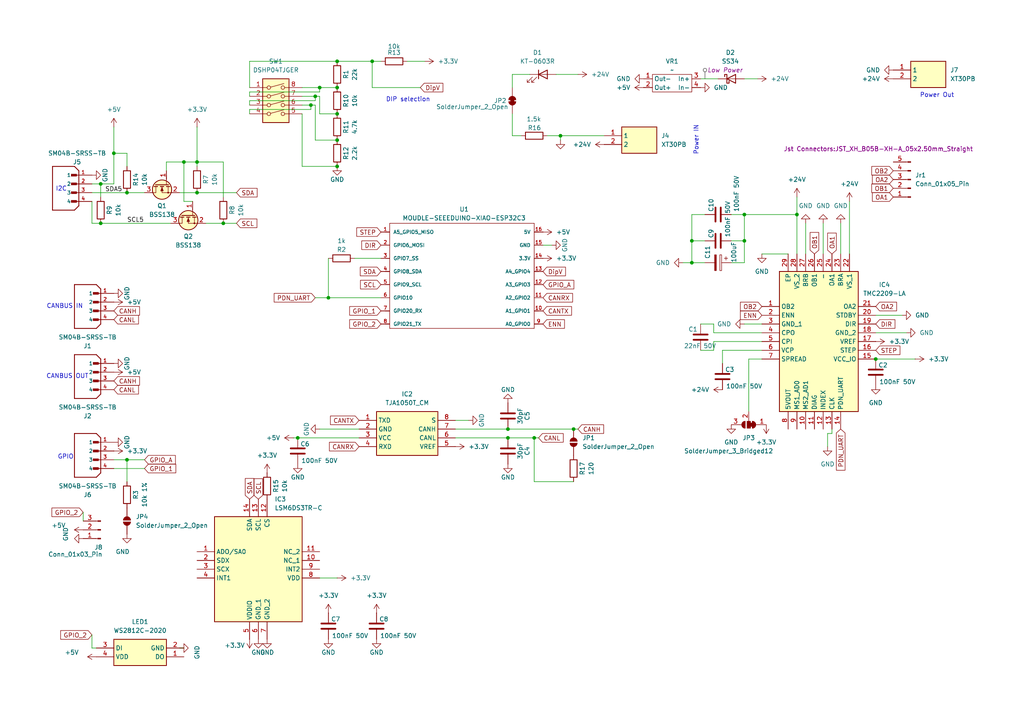
<source format=kicad_sch>
(kicad_sch (version 20231120) (generator "eeschema") (generator_version "8.0")
  (paper "A4")
  (junction (at 154.94 127))
  (junction (at 95.25 86.36))
  (junction (at 29.21 64.77))
  (junction (at 254 104.14))
  (junction (at 57.15 55.88))
  (junction (at 64.77 64.77))
  (junction (at 53.34 46.99))
  (junction (at 97.79 25.4))
  (junction (at 97.79 33.02))
  (junction (at 90.17 30.48))
  (junction (at 147.32 127))
  (junction (at 97.79 17.78))
  (junction (at 33.02 44.45))
  (junction (at 200.66 76.2))
  (junction (at 86.36 127))
  (junction (at 166.37 124.46))
  (junction (at 97.79 48.26))
  (junction (at 29.21 53.34))
  (junction (at 36.83 133.35))
  (junction (at 147.32 124.46))
  (junction (at 92.71 25.4))
  (junction (at 91.44 27.94))
  (junction (at 36.83 55.88))
  (junction (at 215.9 69.85))
  (junction (at 57.15 46.99))
  (junction (at 215.9 62.23))
  (junction (at 162.56 39.37))
  (junction (at 107.95 17.78))
  (junction (at 200.66 69.85))
  (junction (at 97.79 40.64))
  (junction (at 231.14 62.23))
  (wire (pts (xy 215.9 62.23) (xy 231.14 62.23)))
  (wire (pts (xy 97.79 167.64) (xy 92.71 167.64)))
  (wire (pts (xy 203.2 93.98) (xy 207.01 93.98)))
  (wire (pts (xy 200.66 69.85) (xy 200.66 76.2)))
  (wire (pts (xy 204.47 62.23) (xy 200.66 62.23)))
  (wire (pts (xy 212.09 62.23) (xy 215.9 62.23)))
  (wire (pts (xy 246.38 58.42) (xy 246.38 73.66)))
  (wire (pts (xy 33.02 53.34) (xy 29.21 53.34)))
  (wire (pts (xy 91.44 27.94) (xy 92.71 27.94)))
  (wire (pts (xy 209.55 101.6) (xy 220.98 101.6)))
  (wire (pts (xy 220.98 104.14) (xy 217.17 104.14)))
  (wire (pts (xy 36.83 44.45) (xy 33.02 44.45)))
  (wire (pts (xy 72.39 17.78) (xy 97.79 17.78)))
  (wire (pts (xy 57.15 36.83) (xy 57.15 46.99)))
  (wire (pts (xy 231.14 57.15) (xy 231.14 62.23)))
  (wire (pts (xy 53.34 58.42) (xy 55.88 58.42)))
  (wire (pts (xy 200.66 76.2) (xy 204.47 76.2)))
  (wire (pts (xy 24.13 148.59) (xy 24.13 151.13)))
  (wire (pts (xy 147.32 124.46) (xy 132.08 124.46)))
  (wire (pts (xy 162.56 39.37) (xy 175.26 39.37)))
  (wire (pts (xy 207.01 93.98) (xy 207.01 96.52)))
  (wire (pts (xy 68.58 64.77) (xy 64.77 64.77)))
  (wire (pts (xy 231.14 62.23) (xy 231.14 73.66)))
  (wire (pts (xy 95.25 86.36) (xy 110.49 86.36)))
  (wire (pts (xy 102.87 74.93) (xy 110.49 74.93)))
  (wire (pts (xy 220.98 73.66) (xy 228.6 73.66)))
  (wire (pts (xy 212.09 76.2) (xy 215.9 76.2)))
  (wire (pts (xy 33.02 44.45) (xy 33.02 53.34)))
  (wire (pts (xy 41.91 133.35) (xy 36.83 133.35)))
  (wire (pts (xy 118.11 17.78) (xy 123.19 17.78)))
  (wire (pts (xy 220.98 99.06) (xy 207.01 99.06)))
  (wire (pts (xy 91.44 40.64) (xy 97.79 40.64)))
  (wire (pts (xy 233.68 64.77) (xy 233.68 73.66)))
  (wire (pts (xy 154.94 139.7) (xy 154.94 127)))
  (wire (pts (xy 72.39 30.48) (xy 72.39 29.21)))
  (wire (pts (xy 53.34 187.96) (xy 52.07 187.96)))
  (wire (pts (xy 92.71 27.94) (xy 92.71 33.02)))
  (wire (pts (xy 198.12 76.2) (xy 200.66 76.2)))
  (wire (pts (xy 208.28 22.86) (xy 203.2 22.86)))
  (wire (pts (xy 107.95 17.78) (xy 107.95 25.4)))
  (wire (pts (xy 36.83 133.35) (xy 33.02 133.35)))
  (wire (pts (xy 72.39 33.02) (xy 72.39 31.75)))
  (wire (pts (xy 59.69 64.77) (xy 64.77 64.77)))
  (wire (pts (xy 72.39 31.75) (xy 90.17 31.75)))
  (wire (pts (xy 53.34 46.99) (xy 57.15 46.99)))
  (wire (pts (xy 26.67 187.96) (xy 27.94 187.96)))
  (wire (pts (xy 29.21 53.34) (xy 29.21 57.15)))
  (wire (pts (xy 90.17 30.48) (xy 91.44 30.48)))
  (wire (pts (xy 158.75 39.37) (xy 162.56 39.37)))
  (wire (pts (xy 36.83 133.35) (xy 36.83 139.7)))
  (wire (pts (xy 207.01 96.52) (xy 220.98 96.52)))
  (wire (pts (xy 151.13 39.37) (xy 148.59 39.37)))
  (wire (pts (xy 72.39 26.67) (xy 92.71 26.67)))
  (wire (pts (xy 209.55 105.41) (xy 209.55 101.6)))
  (wire (pts (xy 87.63 25.4) (xy 92.71 25.4)))
  (wire (pts (xy 26.67 55.88) (xy 36.83 55.88)))
  (wire (pts (xy 97.79 17.78) (xy 107.95 17.78)))
  (wire (pts (xy 243.84 64.77) (xy 243.84 73.66)))
  (wire (pts (xy 48.26 46.99) (xy 53.34 46.99)))
  (wire (pts (xy 167.64 124.46) (xy 166.37 124.46)))
  (wire (pts (xy 57.15 55.88) (xy 52.07 55.88)))
  (wire (pts (xy 26.67 64.77) (xy 26.67 58.42)))
  (wire (pts (xy 57.15 46.99) (xy 57.15 48.26)))
  (wire (pts (xy 215.9 76.2) (xy 215.9 69.85)))
  (wire (pts (xy 166.37 124.46) (xy 147.32 124.46)))
  (wire (pts (xy 87.63 48.26) (xy 97.79 48.26)))
  (wire (pts (xy 36.83 48.26) (xy 36.83 44.45)))
  (wire (pts (xy 254 96.52) (xy 262.89 96.52)))
  (wire (pts (xy 68.58 55.88) (xy 57.15 55.88)))
  (wire (pts (xy 87.63 30.48) (xy 90.17 30.48)))
  (wire (pts (xy 92.71 26.67) (xy 92.71 25.4)))
  (wire (pts (xy 29.21 64.77) (xy 26.67 64.77)))
  (wire (pts (xy 92.71 33.02) (xy 97.79 33.02)))
  (wire (pts (xy 26.67 184.15) (xy 26.67 187.96)))
  (wire (pts (xy 92.71 124.46) (xy 104.14 124.46)))
  (wire (pts (xy 41.91 135.89) (xy 33.02 135.89)))
  (wire (pts (xy 95.25 86.36) (xy 91.44 86.36)))
  (wire (pts (xy 215.9 69.85) (xy 215.9 62.23)))
  (wire (pts (xy 204.47 69.85) (xy 200.66 69.85)))
  (wire (pts (xy 92.71 25.4) (xy 97.79 25.4)))
  (wire (pts (xy 265.43 104.14) (xy 254 104.14)))
  (wire (pts (xy 90.17 31.75) (xy 90.17 30.48)))
  (wire (pts (xy 156.21 127) (xy 154.94 127)))
  (wire (pts (xy 91.44 29.21) (xy 91.44 27.94)))
  (wire (pts (xy 95.25 74.93) (xy 95.25 86.36)))
  (wire (pts (xy 107.95 25.4) (xy 121.92 25.4)))
  (wire (pts (xy 87.63 33.02) (xy 87.63 48.26)))
  (wire (pts (xy 212.09 69.85) (xy 215.9 69.85)))
  (wire (pts (xy 148.59 39.37) (xy 148.59 33.02)))
  (wire (pts (xy 91.44 30.48) (xy 91.44 40.64)))
  (wire (pts (xy 49.53 64.77) (xy 29.21 64.77)))
  (wire (pts (xy 64.77 46.99) (xy 57.15 46.99)))
  (wire (pts (xy 154.94 127) (xy 147.32 127)))
  (wire (pts (xy 72.39 27.94) (xy 72.39 26.67)))
  (wire (pts (xy 147.32 127) (xy 132.08 127)))
  (wire (pts (xy 148.59 21.59) (xy 148.59 25.4)))
  (wire (pts (xy 162.56 39.37) (xy 162.56 40.64)))
  (wire (pts (xy 85.09 127) (xy 86.36 127)))
  (wire (pts (xy 166.37 139.7) (xy 154.94 139.7)))
  (wire (pts (xy 48.26 49.53) (xy 48.26 46.99)))
  (wire (pts (xy 87.63 27.94) (xy 91.44 27.94)))
  (wire (pts (xy 86.36 127) (xy 104.14 127)))
  (wire (pts (xy 240.03 125.73) (xy 241.3 125.73)))
  (wire (pts (xy 53.34 46.99) (xy 53.34 58.42)))
  (wire (pts (xy 132.08 121.92) (xy 135.89 121.92)))
  (wire (pts (xy 36.83 55.88) (xy 41.91 55.88)))
  (wire (pts (xy 160.02 71.12) (xy 157.48 71.12)))
  (wire (pts (xy 72.39 29.21) (xy 91.44 29.21)))
  (wire (pts (xy 207.01 101.6) (xy 203.2 101.6)))
  (wire (pts (xy 72.39 25.4) (xy 72.39 17.78)))
  (wire (pts (xy 167.64 21.59) (xy 161.29 21.59)))
  (wire (pts (xy 219.71 22.86) (xy 215.9 22.86)))
  (wire (pts (xy 29.21 53.34) (xy 26.67 53.34)))
  (wire (pts (xy 217.17 104.14) (xy 217.17 119.38)))
  (wire (pts (xy 240.03 129.54) (xy 240.03 125.73)))
  (wire (pts (xy 33.02 36.83) (xy 33.02 44.45)))
  (wire (pts (xy 200.66 62.23) (xy 200.66 69.85)))
  (wire (pts (xy 238.76 64.77) (xy 238.76 73.66)))
  (wire (pts (xy 254 91.44) (xy 261.62 91.44)))
  (wire (pts (xy 107.95 17.78) (xy 110.49 17.78)))
  (wire (pts (xy 148.59 21.59) (xy 153.67 21.59)))
  (wire (pts (xy 215.9 93.98) (xy 220.98 93.98)))
  (wire (pts (xy 241.3 125.73) (xy 241.3 124.46)))
  (wire (pts (xy 64.77 57.15) (xy 64.77 46.99)))
  (wire (pts (xy 207.01 99.06) (xy 207.01 101.6)))
  (text "CANBUS OUT" (at 19.558 109.22 0) (effects (font (size 1.27 1.27))))
  (text "GPIO\n" (at 19.05 132.588 0) (effects (font (size 1.27 1.27))))
  (text "Power Out" (at 271.78 27.686 0) (effects (font (size 1.27 1.27))))
  (text "CANBUS IN" (at 18.796 88.9 0) (effects (font (size 1.27 1.27))))
  (text "Power IN\n" (at 201.93 40.64 90) (effects (font (size 1.27 1.27))))
  (text "DIP selection" (at 118.364 28.956 0) (effects (font (size 1.27 1.27))))
  (text "I2C" (at 17.78 54.864 0) (effects (font (size 1.27 1.27))))
  (label "SDA5" (at 30.48 55.88 0))
  (label "SCL5" (at 36.83 64.77 0))
  (global_label "CANTX" (shape input) (at 104.14 121.92 180) (property "Intersheetrefs" "${INTERSHEET_REFS}" (effects (hide yes))))
  (global_label "SDA" (shape input) (at 72.39 144.78 90) (property "Intersheetrefs" "${INTERSHEET_REFS}" (effects (hide yes))))
  (global_label "GPIO_A" (shape input) (at 157.48 82.55 0) (property "Intersheetrefs" "${INTERSHEET_REFS}" (effects (hide yes))))
  (global_label "OA1" (shape input) (at 241.3 73.66 90) (property "Intersheetrefs" "${INTERSHEET_REFS}" (effects (hide yes))))
  (global_label "GPIO_A" (shape input) (at 41.91 133.35 0) (property "Intersheetrefs" "${INTERSHEET_REFS}" (effects (hide yes))))
  (global_label "OB2" (shape input) (at 259.08 49.53 180) (property "Intersheetrefs" "${INTERSHEET_REFS}" (effects (hide yes))))
  (global_label "CANRX" (shape input) (at 104.14 129.54 180) (property "Intersheetrefs" "${INTERSHEET_REFS}" (effects (hide yes))))
  (global_label "OB2" (shape input) (at 220.98 88.9 180) (property "Intersheetrefs" "${INTERSHEET_REFS}" (effects (hide yes))))
  (global_label "CANH" (shape input) (at 33.02 110.49 0) (property "Intersheetrefs" "${INTERSHEET_REFS}" (effects (hide yes))))
  (global_label "ENN" (shape input) (at 157.48 93.98 0) (property "Intersheetrefs" "${INTERSHEET_REFS}" (effects (hide yes))))
  (global_label "OA1" (shape input) (at 259.08 57.15 180) (property "Intersheetrefs" "${INTERSHEET_REFS}" (effects (hide yes))))
  (global_label "DIR" (shape input) (at 254 93.98 0) (property "Intersheetrefs" "${INTERSHEET_REFS}" (effects (hide yes))))
  (global_label "GPIO_1" (shape input) (at 110.49 90.17 180) (property "Intersheetrefs" "${INTERSHEET_REFS}" (effects (hide yes))))
  (global_label "STEP" (shape input) (at 110.49 67.31 180) (property "Intersheetrefs" "${INTERSHEET_REFS}" (effects (hide yes))))
  (global_label "GPIO_2" (shape input) (at 24.13 148.59 180) (property "Intersheetrefs" "${INTERSHEET_REFS}" (effects (hide yes))))
  (global_label "DipV" (shape input) (at 121.92 25.4 0) (property "Intersheetrefs" "${INTERSHEET_REFS}" (effects (hide yes))))
  (global_label "CANL" (shape input) (at 156.21 127 0) (property "Intersheetrefs" "${INTERSHEET_REFS}" (effects (hide yes))))
  (global_label "SCL" (shape input) (at 68.58 64.77 0) (property "Intersheetrefs" "${INTERSHEET_REFS}" (effects (hide yes))))
  (global_label "CANRX" (shape input) (at 157.48 86.36 0) (property "Intersheetrefs" "${INTERSHEET_REFS}" (effects (hide yes))))
  (global_label "CANH" (shape input) (at 33.02 90.17 0) (property "Intersheetrefs" "${INTERSHEET_REFS}" (effects (hide yes))))
  (global_label "CANL" (shape input) (at 33.02 113.03 0) (property "Intersheetrefs" "${INTERSHEET_REFS}" (effects (hide yes))))
  (global_label "CANH" (shape input) (at 167.64 124.46 0) (property "Intersheetrefs" "${INTERSHEET_REFS}" (effects (hide yes))))
  (global_label "DIR" (shape input) (at 110.49 71.12 180) (property "Intersheetrefs" "${INTERSHEET_REFS}" (effects (hide yes))))
  (global_label "GPIO_2" (shape input) (at 110.49 93.98 180) (property "Intersheetrefs" "${INTERSHEET_REFS}" (effects (hide yes))))
  (global_label "OB1" (shape input) (at 236.22 73.66 90) (property "Intersheetrefs" "${INTERSHEET_REFS}" (effects (hide yes))))
  (global_label "GPIO_1" (shape input) (at 41.91 135.89 0) (property "Intersheetrefs" "${INTERSHEET_REFS}" (effects (hide yes))))
  (global_label "ENN" (shape input) (at 220.98 91.44 180) (property "Intersheetrefs" "${INTERSHEET_REFS}" (effects (hide yes))))
  (global_label "OB1" (shape input) (at 259.08 54.61 180) (property "Intersheetrefs" "${INTERSHEET_REFS}" (effects (hide yes))))
  (global_label "PDN_UART" (shape input) (at 91.44 86.36 180) (property "Intersheetrefs" "${INTERSHEET_REFS}" (effects (hide yes))))
  (global_label "OA2" (shape input) (at 254 88.9 0) (property "Intersheetrefs" "${INTERSHEET_REFS}" (effects (hide yes))))
  (global_label "STEP" (shape input) (at 254 101.6 0) (property "Intersheetrefs" "${INTERSHEET_REFS}" (effects (hide yes))))
  (global_label "CANL" (shape input) (at 33.02 92.71 0) (property "Intersheetrefs" "${INTERSHEET_REFS}" (effects (hide yes))))
  (global_label "SDA" (shape input) (at 110.49 78.74 180) (property "Intersheetrefs" "${INTERSHEET_REFS}" (effects (hide yes))))
  (global_label "DipV" (shape input) (at 157.48 78.74 0) (property "Intersheetrefs" "${INTERSHEET_REFS}" (effects (hide yes))))
  (global_label "SCL" (shape input) (at 74.93 144.78 90) (property "Intersheetrefs" "${INTERSHEET_REFS}" (effects (hide yes))))
  (global_label "SCL" (shape input) (at 110.49 82.55 180) (property "Intersheetrefs" "${INTERSHEET_REFS}" (effects (hide yes))))
  (global_label "OA2" (shape input) (at 259.08 52.07 180) (property "Intersheetrefs" "${INTERSHEET_REFS}" (effects (hide yes))))
  (global_label "SDA" (shape input) (at 68.58 55.88 0) (property "Intersheetrefs" "${INTERSHEET_REFS}" (effects (hide yes))))
  (global_label "PDN_UART" (shape input) (at 243.84 124.46 270) (property "Intersheetrefs" "${INTERSHEET_REFS}" (effects (hide yes))))
  (global_label "GPIO_2" (shape input) (at 26.67 184.15 180) (property "Intersheetrefs" "${INTERSHEET_REFS}" (effects (hide yes))))
  (global_label "CANTX" (shape input) (at 157.48 90.17 0) (property "Intersheetrefs" "${INTERSHEET_REFS}" (effects (hide yes))))
  (netclass_flag "" (length 2.54) (shape round) (at 204.47 22.86 0) (property "Netclass" "Low Power" (at 205.1685 20.32 0) (effects (font (italic yes)) (justify left))))
  (symbol (lib_id "Device:C") (at 209.55 109.22 0) (unit 1)
    (property "Reference" "C3" (at 210.312 107.188 0) (effects (justify left)))
    (property "Value" "100nF 50V" (at 210.566 112.014 0) (effects (justify left)))
    (property "Footprint" "Capacitor_SMD:C_0402_1005Metric" (effects (hide yes)))
    (property "Description" "Unpolarized capacitor" (effects (hide yes)))
  )
  (symbol (lib_id "Connector:Conn_01x03_Pin") (at 29.21 153.67 180) (unit 1)
    (property "Reference" "J8" (at 28.575 158.75 0))
    (property "Value" "Conn_01x03_Pin" (at 21.844 160.782 0))
    (property "Footprint" "Connector_PinHeader_2.54mm:PinHeader_1x03_P2.54mm_Vertical" (effects (hide yes)))
    (property "Description" "Generic connector, single row, 01x03, script generated" (effects (hide yes)))
  )
  (symbol (lib_id "power:GND") (at 77.47 185.42 0) (unit 1)
    (property "Reference" "#PWR036" (effects (hide yes)))
    (property "Value" "GND" (at 77.47 189.23 0))
  )
  (symbol (lib_id "power:GND") (at 162.56 40.64 0) (unit 1)
    (property "Reference" "#PWR011" (effects (hide yes)))
    (property "Value" "GND" (effects (hide yes)))
  )
  (symbol (lib_id "power:+5V") (at 85.09 127 90) (unit 1)
    (property "Reference" "#PWR015" (effects (hide yes)))
    (property "Value" "+5V" (at 81.28 126.9999 90) (effects (justify left)))
    (property "Description" "Power symbol creates a global label with name \"+5V\"" (effects (hide yes)))
  )
  (symbol (lib_id "power:GND") (at 95.25 185.42 0) (unit 1)
    (property "Reference" "#PWR041" (effects (hide yes)))
    (property "Value" "GND" (at 95.25 189.23 0))
  )
  (symbol (lib_id "SamacSys_Parts:XT30PB") (at 259.08 20.32 0) (unit 1) (in_bom no)
    (property "Reference" "J7" (at 275.59 20.3199 0) (effects (justify left)))
    (property "Value" "XT30PB" (at 275.59 22.8599 0) (effects (justify left)))
    (property "Footprint" "JST_Sorted:XT30PB" (effects (hide yes)))
    (property "Datasheet" "https://www.tme.eu/Document/4acc913878197f8c2e30d4b8cdc47230/XT30UPB%20SPEC.pdf" (effects (hide yes)))
    (property "Description" "Mini XT60 XT30 Connector for RC Multirotor Racing Drone Quadcopter" (effects (hide yes)))
    (property "Height" "10.7" (effects (hide yes)))
    (property "Manufacturer_Name" "Amass" (effects (hide yes)))
    (property "Manufacturer_Part_Number" "XT30PB" (effects (hide yes)))
  )
  (symbol (lib_id "Device:R") (at 29.21 60.96 180) (unit 1)
    (property "Reference" "R9" (at 31.75 60.96 90))
    (property "Value" "10k" (at 34.29 60.96 90))
    (property "Footprint" "Resistor_SMD:R_0402_1005Metric" (effects (hide yes)))
  )
  (symbol (lib_id "power:GND") (at 33.02 85.09 90) (unit 1)
    (property "Reference" "#PWR02" (effects (hide yes)))
    (property "Value" "GND" (at 36.83 85.09 0))
  )
  (symbol (lib_id "Device:C") (at 208.28 62.23 90) (unit 1)
    (property "Reference" "C10" (at 206.248 61.468 0) (effects (justify left)))
    (property "Value" "100nF 50V" (at 213.614 61.468 0) (effects (justify left)))
    (property "Footprint" "Capacitor_SMD:C_0402_1005Metric" (effects (hide yes)))
    (property "Description" "Unpolarized capacitor" (effects (hide yes)))
  )
  (symbol (lib_id "Device:R") (at 166.37 135.89 180) (unit 1)
    (property "Reference" "R17" (at 168.91 135.89 90))
    (property "Value" "120" (at 171.45 135.89 90))
    (property "Footprint" "Resistor_SMD:R_0402_1005Metric" (effects (hide yes)))
  )
  (symbol (lib_id "Device:C") (at 109.22 181.61 0) (unit 1)
    (property "Reference" "C8" (at 109.982 179.578 0) (effects (justify left)))
    (property "Value" "100nF 50V" (at 110.236 184.404 0) (effects (justify left)))
    (property "Footprint" "Capacitor_SMD:C_0402_1005Metric" (effects (hide yes)))
    (property "Description" "Unpolarized capacitor" (effects (hide yes)))
  )
  (symbol (lib_id "Device:C") (at 86.36 130.81 0) (unit 1)
    (property "Reference" "C6" (at 87.122 128.778 0) (effects (justify left)))
    (property "Value" "100nF 50V" (at 87.376 133.604 0) (effects (justify left)))
    (property "Footprint" "Capacitor_SMD:C_0402_1005Metric" (effects (hide yes)))
    (property "Description" "Unpolarized capacitor" (effects (hide yes)))
  )
  (symbol (lib_id "Device:C") (at 203.2 97.79 0) (unit 1)
    (property "Reference" "C1" (at 199.644 95.504 0) (effects (justify left)))
    (property "Value" "22nF 50V" (at 198.374 100.33 0) (effects (justify left)))
    (property "Footprint" "Capacitor_SMD:C_0402_1005Metric" (effects (hide yes)))
    (property "Description" "Unpolarized capacitor" (effects (hide yes)))
  )
  (symbol (lib_id "Device:C") (at 95.25 181.61 0) (unit 1)
    (property "Reference" "C7" (at 96.012 179.578 0) (effects (justify left)))
    (property "Value" "100nF 50V" (at 96.266 184.404 0) (effects (justify left)))
    (property "Footprint" "Capacitor_SMD:C_0402_1005Metric" (effects (hide yes)))
    (property "Description" "Unpolarized capacitor" (effects (hide yes)))
  )
  (symbol (lib_id "Device:R") (at 97.79 21.59 180) (unit 1)
    (property "Reference" "R1" (at 100.33 21.59 90))
    (property "Value" "22k" (at 102.87 21.59 90))
    (property "Footprint" "Resistor_SMD:R_0402_1005Metric" (effects (hide yes)))
  )
  (symbol (lib_id "Device:R") (at 114.3 17.78 270) (unit 1)
    (property "Reference" "R13" (at 114.3 15.24 90))
    (property "Value" "10k" (at 114.3 13.462 90))
    (property "Footprint" "Resistor_SMD:R_0402_1005Metric" (effects (hide yes)))
  )
  (symbol (lib_id "power:GND") (at 24.13 156.21 270) (unit 1)
    (property "Reference" "#PWR031" (effects (hide yes)))
    (property "Value" "GND" (at 19.05 154.94 0))
  )
  (symbol (lib_id "SamacSys_Parts:B4B-XH-A_LF__SN_") (at 19.05 53.34 0) (mirror y) (unit 1)
    (property "Reference" "J5" (at 22.352 46.99 0))
    (property "Value" "SM04B-SRSS-TB" (at 22.352 44.45 0))
    (property "Footprint" "Connector_JST:JST_SH_SM04B-SRSS-TB_1x04-1MP_P1.00mm_Horizontal" (effects (hide yes)))
    (property "Description" "JST 4 Pin" (effects (hide yes)))
  )
  (symbol (lib_id "power:GND") (at 135.89 121.92 90) (unit 1)
    (property "Reference" "#PWR019" (effects (hide yes)))
    (property "Value" "GND" (at 139.7 121.92 0))
  )
  (symbol (lib_id "power:+24V") (at 175.26 41.91 90) (unit 1)
    (property "Reference" "#PWR010" (effects (hide yes)))
    (property "Value" "+24V" (at 171.45 41.91 90) (effects (justify left)))
  )
  (symbol (lib_id "power:GND") (at 26.67 50.8 90) (unit 1)
    (property "Reference" "#PWR05" (effects (hide yes)))
    (property "Value" "GND" (at 30.48 50.8 0))
  )
  (symbol (lib_id "power:+24V") (at 167.64 21.59 270) (unit 1)
    (property "Reference" "#PWR021" (effects (hide yes)))
    (property "Value" "+24V" (at 171.45 21.5899 90) (effects (justify left)))
  )
  (symbol (lib_id "Connector:Conn_01x05_Pin") (at 264.16 52.07 180) (unit 1)
    (property "Reference" "Jr1" (at 265.43 50.7999 0) (effects (justify right)))
    (property "Value" "Conn_01x05_Pin" (at 265.43 53.3399 0) (effects (justify right)))
    (property "Footprint" "Jst Connectors:JST_XH_B05B-XH-A_05x2.50mm_Straight" (at 254.762 43.18 0))
    (property "Description" "Generic connector, single row, 01x05, script generated" (effects (hide yes)))
  )
  (symbol (lib_id "power:GND") (at 109.22 185.42 0) (unit 1)
    (property "Reference" "#PWR044" (effects (hide yes)))
    (property "Value" "GND" (at 109.22 189.23 0))
  )
  (symbol (lib_id "power:+3.3V") (at 72.39 185.42 180) (unit 1)
    (property "Reference" "#PWR039" (effects (hide yes)))
    (property "Value" "+3.3V" (at 68.072 187.198 0))
    (property "Description" "Power symbol creates a global label with name \"+3.3V\"" (effects (hide yes)))
  )
  (symbol (lib_id "Device:C") (at 208.28 69.85 90) (unit 1)
    (property "Reference" "C9" (at 206.248 69.088 0) (effects (justify left)))
    (property "Value" "100nF 50V" (at 211.074 68.834 0) (effects (justify left)))
    (property "Footprint" "Capacitor_SMD:C_0402_1005Metric" (effects (hide yes)))
    (property "Description" "Unpolarized capacitor" (effects (hide yes)))
  )
  (symbol (lib_id "power:GND") (at 240.03 129.54 0) (unit 1)
    (property "Reference" "#PWR057" (effects (hide yes)))
    (property "Value" "GND" (at 240.03 134.62 0))
  )
  (symbol (lib_id "power:+24V") (at 219.71 22.86 270) (unit 1)
    (property "Reference" "#PWR033" (effects (hide yes)))
    (property "Value" "+24V" (at 223.52 22.86 90) (effects (justify left)))
  )
  (symbol (lib_id "power:+3.3V") (at 222.25 123.19 180) (unit 1)
    (property "Reference" "#PWR056" (effects (hide yes)))
    (property "Value" "+3.3V" (at 222.25 128.27 0))
    (property "Description" "Power symbol creates a global label with name \"+3.3V\"" (effects (hide yes)))
  )
  (symbol (lib_id "power:GND") (at 160.02 71.12 90) (unit 1)
    (property "Reference" "#PWR09" (effects (hide yes)))
    (property "Value" "GND" (at 163.83 71.12 0))
  )
  (symbol (lib_id "power:+3.3V") (at 97.79 167.64 270) (unit 1)
    (property "Reference" "#PWR038" (effects (hide yes)))
    (property "Value" "+3.3V" (at 101.6 167.6399 90) (effects (justify left)))
    (property "Description" "Power symbol creates a global label with name \"+3.3V\"" (effects (hide yes)))
  )
  (symbol (lib_id "Jumper:SolderJumper_3_Bridged12") (at 217.17 123.19 180) (unit 1) (exclude_from_sim yes) (in_bom no)
    (property "Reference" "JP3" (at 217.17 127 0))
    (property "Value" "SolderJumper_3_Bridged12" (at 211.328 130.81 0))
    (property "Footprint" "Jumper:SolderJumper-3_P1.3mm_Bridged12_RoundedPad1.0x1.5mm" (effects (hide yes)))
    (property "Description" "3-pole Solder Jumper, pins 1+2 closed/bridged" (effects (hide yes)))
  )
  (symbol (lib_id "power:+5V") (at 186.69 25.4 90) (unit 1)
    (property "Reference" "#PWR035" (effects (hide yes)))
    (property "Value" "+5V" (at 182.88 25.3999 90) (effects (justify left)))
    (property "Description" "Power symbol creates a global label with name \"+5V\"" (effects (hide yes)))
  )
  (symbol (lib_id "power:+3.3V") (at 265.43 104.14 270) (unit 1)
    (property "Reference" "#PWR053" (effects (hide yes)))
    (property "Value" "+3.3V" (at 269.24 104.1399 90) (effects (justify left)))
    (property "Description" "Power symbol creates a global label with name \"+3.3V\"" (effects (hide yes)))
  )
  (symbol (lib_id "Device:R") (at 99.06 74.93 270) (unit 1)
    (property "Reference" "R2" (at 99.06 72.39 90))
    (property "Value" "1k" (at 99.06 69.85 90))
    (property "Footprint" "Resistor_SMD:R_0402_1005Metric" (effects (hide yes)))
  )
  (symbol (lib_id "power:GND") (at 97.79 48.26 0) (unit 1)
    (property "Reference" "#PWR08" (effects (hide yes)))
    (property "Value" "GND" (at 97.79 52.07 0))
  )
  (symbol (lib_id "power:+5V") (at 24.13 153.67 90) (unit 1)
    (property "Reference" "#PWR030" (effects (hide yes)))
    (property "Value" "+5V" (at 19.05 152.4001 90) (effects (justify left)))
    (property "Description" "Power symbol creates a global label with name \"+5V\"" (effects (hide yes)))
  )
  (symbol (lib_id "power:GND") (at 238.76 64.77 180) (unit 1)
    (property "Reference" "#PWR062" (effects (hide yes)))
    (property "Value" "GND" (at 238.76 59.69 0))
  )
  (symbol (lib_id "power:+5V") (at 33.02 36.83 0) (unit 1)
    (property "Reference" "#PWR01" (effects (hide yes)))
    (property "Value" "+5V" (at 33.02 31.75 0))
    (property "Description" "Power symbol creates a global label with name \"+5V\"" (effects (hide yes)))
  )
  (symbol (lib_id "power:+3.3V") (at 157.48 74.93 270) (unit 1)
    (property "Reference" "#PWR04" (effects (hide yes)))
    (property "Value" "+3.3V" (at 161.29 74.9299 90) (effects (justify left)))
    (property "Description" "Power symbol creates a global label with name \"+3.3V\"" (effects (hide yes)))
  )
  (symbol (lib_id "power:+3.3V") (at 95.25 177.8 0) (unit 1)
    (property "Reference" "#PWR040" (effects (hide yes)))
    (property "Value" "+3.3V" (at 95.25 172.72 0))
    (property "Description" "Power symbol creates a global label with name \"+3.3V\"" (effects (hide yes)))
  )
  (symbol (lib_id "Switch:SW_DIP_x04") (at 80.01 30.48 0) (unit 1)
    (property "Reference" "SW1" (at 80.01 17.78 0))
    (property "Value" "DSHP04TJGER" (at 80.01 20.32 0))
    (property "Footprint" "Button_Switch_SMD:SW_DIP_SPSTx04_Slide_Copal_CHS-04A_W5.08mm_P1.27mm_JPin" (effects (hide yes)))
    (property "Description" "4x DIP Switch, Single Pole Single Throw (SPST) switch, small symbol" (effects (hide yes)))
  )
  (symbol (lib_id "power:GND") (at 254 111.76 0) (unit 1)
    (property "Reference" "#PWR014" (effects (hide yes)))
    (property "Value" "GND" (at 254 116.84 0))
  )
  (symbol (lib_id "Jumper:SolderJumper_2_Bridged") (at 148.59 29.21 90) (unit 1) (exclude_from_sim yes) (in_bom no)
    (property "Reference" "JP2" (at 143.256 29.21 90) (effects (justify right)))
    (property "Value" "SolderJumper_2_Open" (at 126.492 30.988 90) (effects (justify right)))
    (property "Footprint" "CutomParts:Jumper Connected 2 Pin Small" (effects (hide yes)))
    (property "Description" "Solder Jumper, 2-pole, closed/bridged" (effects (hide yes)))
  )
  (symbol (lib_id "power:GND") (at 262.89 96.52 90) (unit 1)
    (property "Reference" "#PWR060" (effects (hide yes)))
    (property "Value" "GND" (at 266.7 96.5199 90) (effects (justify right)))
  )
  (symbol (lib_id "Device:C") (at 147.32 120.65 180) (unit 1)
    (property "Reference" "C5" (at 152.908 120.65 90))
    (property "Value" "30pF" (at 150.876 120.65 90))
    (property "Footprint" "Capacitor_SMD:C_0402_1005Metric" (effects (hide yes)))
    (property "Description" "Unpolarized capacitor" (effects (hide yes)))
  )
  (symbol (lib_id "Device:R") (at 77.47 140.97 180) (unit 1)
    (property "Reference" "R15" (at 80.01 140.97 90))
    (property "Value" "10k" (at 82.55 140.97 90))
    (property "Footprint" "Resistor_SMD:R_0402_1005Metric" (effects (hide yes)))
  )
  (symbol (lib_id "Device:R") (at 97.79 29.21 180) (unit 1)
    (property "Reference" "R10" (at 100.33 29.21 90))
    (property "Value" "10k" (at 102.87 29.21 90))
    (property "Footprint" "Resistor_SMD:R_0402_1005Metric" (effects (hide yes)))
  )
  (symbol (lib_id "power:+5V") (at 33.02 107.95 270) (unit 1)
    (property "Reference" "#PWR022" (effects (hide yes)))
    (property "Value" "+5V" (at 36.83 107.9499 90) (effects (justify left)))
    (property "Description" "Power symbol creates a global label with name \"+5V\"" (effects (hide yes)))
  )
  (symbol (lib_id "power:+24V") (at 246.38 58.42 0) (unit 1)
    (property "Reference" "#PWR050" (effects (hide yes)))
    (property "Value" "+24V" (at 246.38 53.34 0))
  )
  (symbol (lib_id "power:GND") (at 243.84 64.77 180) (unit 1)
    (property "Reference" "#PWR051" (effects (hide yes)))
    (property "Value" "GND" (at 243.84 59.69 0))
  )
  (symbol (lib_id "power:+3.3V") (at 109.22 177.8 0) (unit 1)
    (property "Reference" "#PWR043" (effects (hide yes)))
    (property "Value" "+3.3V" (at 109.22 172.72 0))
    (property "Description" "Power symbol creates a global label with name \"+3.3V\"" (effects (hide yes)))
  )
  (symbol (lib_id "Device:R") (at 154.94 39.37 270) (unit 1)
    (property "Reference" "R16" (at 156.972 37.084 90) (effects (justify right)))
    (property "Value" "1.5k" (at 156.972 34.544 90) (effects (justify right)))
    (property "Footprint" "Resistor_SMD:R_0402_1005Metric" (effects (hide yes)))
  )
  (symbol (lib_id "Device:C_Polarized") (at 208.28 76.2 270) (unit 1)
    (property "Reference" "C11" (at 205.232 73.152 0))
    (property "Value" "100uF" (at 212.852 73.152 0))
    (property "Footprint" "Capacitor_THT:CP_Radial_D8.0mm_P3.50mm" (effects (hide yes)))
    (property "Description" "Polarized capacitor" (effects (hide yes)))
  )
  (symbol (lib_id "power:GND") (at 36.83 154.94 0) (unit 1)
    (property "Reference" "#PWR03" (effects (hide yes)))
    (property "Value" "GND" (at 35.56 160.02 0))
  )
  (symbol (lib_id "Personal:Reg_Board") (at 194.31 24.13 0) (unit 1) (in_bom no)
    (property "Reference" "VR1" (at 194.945 17.78 0))
    (property "Value" "~" (at 194.945 20.32 0))
    (property "Footprint" "Library:EY9 reg board" (effects (hide yes)))
  )
  (symbol (lib_id "power:GND") (at 198.12 76.2 270) (unit 1)
    (property "Reference" "#PWR047" (effects (hide yes)))
    (property "Value" "GND" (at 194.31 76.1999 90) (effects (justify right)))
  )
  (symbol (lib_id "power:+5V") (at 27.94 190.5 90) (unit 1)
    (property "Reference" "#PWR045" (effects (hide yes)))
    (property "Value" "+5V" (at 22.86 189.2301 90) (effects (justify left)))
    (property "Description" "Power symbol creates a global label with name \"+5V\"" (effects (hide yes)))
  )
  (symbol (lib_id "SamacSys_Parts:XT30PB") (at 175.26 39.37 0) (unit 1) (in_bom no)
    (property "Reference" "J4" (at 191.77 39.3699 0) (effects (justify left)))
    (property "Value" "XT30PB" (at 191.77 41.9099 0) (effects (justify left)))
    (property "Footprint" "Library:Xt30 Horizontal" (effects (hide yes)))
    (property "Datasheet" "https://www.tme.eu/Document/4acc913878197f8c2e30d4b8cdc47230/XT30UPB%20SPEC.pdf" (effects (hide yes)))
    (property "Description" "Mini XT60 XT30 Connector for RC Multirotor Racing Drone Quadcopter" (effects (hide yes)))
    (property "Height" "10.7" (effects (hide yes)))
    (property "Manufacturer_Name" "Amass" (effects (hide yes)))
    (property "Manufacturer_Part_Number" "XT30PB" (effects (hide yes)))
  )
  (symbol (lib_id "power:+5V") (at 33.02 87.63 270) (unit 1)
    (property "Reference" "#PWR016" (effects (hide yes)))
    (property "Value" "+5V" (at 36.83 87.6299 90) (effects (justify left)))
    (property "Description" "Power symbol creates a global label with name \"+5V\"" (effects (hide yes)))
  )
  (symbol (lib_id "SamacSys_Parts:B4B-XH-A_LF__SN_") (at 25.4 107.95 0) (mirror y) (unit 1)
    (property "Reference" "J2" (at 25.4 120.65 0))
    (property "Value" "SM04B-SRSS-TB" (at 25.4 118.11 0))
    (property "Footprint" "Connector_JST:JST_SH_SM04B-SRSS-TB_1x04-1MP_P1.00mm_Horizontal" (effects (hide yes)))
    (property "Description" "JST 4 Pin" (effects (hide yes)))
  )
  (symbol (lib_id "power:GND") (at 220.98 73.66 0) (unit 1)
    (property "Reference" "#PWR058" (effects (hide yes)))
    (property "Value" "GND" (at 220.98 78.74 0))
  )
  (symbol (lib_id "power:GND") (at 33.02 128.27 90) (unit 1)
    (property "Reference" "#PWR026" (effects (hide yes)))
    (property "Value" "GND" (at 36.83 128.27 0))
  )
  (symbol (lib_id "Jumper:SolderJumper_2_Open") (at 36.83 151.13 90) (unit 1) (exclude_from_sim yes) (in_bom no)
    (property "Reference" "JP4" (at 39.37 149.8599 90) (effects (justify right)))
    (property "Value" "SolderJumper_2_Open" (at 39.37 152.3999 90) (effects (justify right)))
    (property "Footprint" "Jumper:SolderJumper-2_P1.3mm_Open_RoundedPad1.0x1.5mm" (effects (hide yes)))
    (property "Description" "Solder Jumper, 2-pole, open" (effects (hide yes)))
  )
  (symbol (lib_id "Device:R") (at 97.79 36.83 180) (unit 1)
    (property "Reference" "R11" (at 100.33 36.83 90))
    (property "Value" "4.7k" (at 102.87 36.83 90))
    (property "Footprint" "Resistor_SMD:R_0402_1005Metric" (effects (hide yes)))
  )
  (symbol (lib_id "power:GND") (at 215.9 93.98 270) (unit 1)
    (property "Reference" "#PWR059" (effects (hide yes)))
    (property "Value" "GND" (at 212.09 93.9799 90) (effects (justify right)))
  )
  (symbol (lib_id "power:+3.3V") (at 33.02 130.81 270) (unit 1)
    (property "Reference" "#PWR029" (effects (hide yes)))
    (property "Value" "+3.3V" (at 36.83 130.8099 90) (effects (justify left)))
    (property "Description" "Power symbol creates a global label with name \"+3.3V\"" (effects (hide yes)))
  )
  (symbol (lib_id "SamacSys_Parts:B4B-XH-A_LF__SN_") (at 25.4 87.63 0) (mirror y) (unit 1)
    (property "Reference" "J1" (at 25.4 100.33 0))
    (property "Value" "SM04B-SRSS-TB" (at 25.4 97.79 0))
    (property "Footprint" "Connector_JST:JST_SH_SM04B-SRSS-TB_1x04-1MP_P1.00mm_Horizontal" (effects (hide yes)))
    (property "Description" "JST 4 Pin" (effects (hide yes)))
  )
  (symbol (lib_id "power:GND") (at 86.36 134.62 0) (unit 1)
    (property "Reference" "#PWR018" (effects (hide yes)))
    (property "Value" "GND" (at 86.36 138.43 0))
  )
  (symbol (lib_id "SamacSys_Parts:WS2812C-2020") (at 27.94 187.96 0) (unit 1)
    (property "Reference" "LED1" (at 40.64 180.34 0))
    (property "Value" "WS2812C-2020" (at 40.64 182.88 0))
    (property "Footprint" "WS2812C2020" (effects (hide yes)))
    (property "Datasheet" "http://www.world-semi.com/DownLoadFile/139" (effects (hide yes)))
    (property "Description" "Intelligent control LED integrated light source" (effects (hide yes)))
    (property "Height" "0.84" (effects (hide yes)))
    (property "Manufacturer_Name" "Worldsemi" (effects (hide yes)))
    (property "Manufacturer_Part_Number" "WS2812C-2020" (effects (hide yes)))
  )
  (symbol (lib_id "power:+3.3V") (at 254 99.06 270) (unit 1)
    (property "Reference" "#PWR054" (effects (hide yes)))
    (property "Value" "+3.3V" (at 257.81 99.0599 90) (effects (justify left)))
    (property "Description" "Power symbol creates a global label with name \"+3.3V\"" (effects (hide yes)))
  )
  (symbol (lib_id "power:GND") (at 52.07 187.96 90) (unit 1)
    (property "Reference" "#PWR046" (effects (hide yes)))
    (property "Value" "GND" (at 57.15 189.23 0))
  )
  (symbol (lib_id "SamacSys_Parts:B4B-XH-A_LF__SN_") (at 25.4 130.81 0) (mirror y) (unit 1)
    (property "Reference" "J6" (at 25.4 143.51 0))
    (property "Value" "SM04B-SRSS-TB" (at 25.4 140.97 0))
    (property "Footprint" "Connector_JST:JST_SH_SM04B-SRSS-TB_1x04-1MP_P1.00mm_Horizontal" (effects (hide yes)))
    (property "Description" "JST 4 Pin" (effects (hide yes)))
  )
  (symbol (lib_id "power:GND") (at 259.08 20.32 270) (unit 1)
    (property "Reference" "#PWR025" (effects (hide yes)))
    (property "Value" "GND" (at 255.27 20.3199 90) (effects (justify right)))
  )
  (symbol (lib_id "Device:R") (at 64.77 60.96 180) (unit 1)
    (property "Reference" "R8" (at 67.31 60.96 90))
    (property "Value" "10k" (at 69.85 60.96 90))
    (property "Footprint" "Resistor_SMD:R_0402_1005Metric" (effects (hide yes)))
  )
  (symbol (lib_id "power:GND") (at 92.71 124.46 270) (unit 1)
    (property "Reference" "#PWR020" (effects (hide yes)))
    (property "Value" "GND" (at 88.9 124.46 0))
  )
  (symbol (lib_id "PCM_Transistor_MOSFET_AKL:BSS138") (at 54.61 62.23 90) (mirror x) (unit 1)
    (property "Reference" "Q2" (at 54.61 68.58 90))
    (property "Value" "BSS138" (at 54.61 71.12 90))
    (property "Footprint" "PCM_Package_TO_SOT_SMD_AKL:SOT-23" (effects (hide yes)))
    (property "Datasheet" "https://www.tme.eu/Document/2b32cdd3c66afedbcd628e73d93ae817/BSS138-7-F.pdf" (effects (hide yes)))
    (property "Description" "SOT-23 N-MOSFET enchancement mode transistor, 50V, 200mA, 300mW, Alternate KiCAD Library" (effects (hide yes)))
  )
  (symbol (lib_id "power:GND") (at 186.69 22.86 270) (mirror x) (unit 1)
    (property "Reference" "#PWR034" (effects (hide yes)))
    (property "Value" "GND" (at 182.88 22.8599 90) (effects (justify right)))
  )
  (symbol (lib_id "power:+24V") (at 209.55 113.03 90) (unit 1)
    (property "Reference" "#PWR048" (effects (hide yes)))
    (property "Value" "+24V" (at 205.74 113.03 90) (effects (justify left)))
  )
  (symbol (lib_id "SamacSys_Parts:ESP32_C3_Super_mini") (at 134.62 78.74 0) (unit 1)
    (property "Reference" "U1" (at 134.62 60.706 0))
    (property "Value" "MOUDLE-SEEEDUINO-XIAO-ESP32C3" (at 134.62 63.246 0))
    (property "Footprint" "Arduino:MOUDLE14P-SMD-2.54-21X17.8MM" (effects (hide yes)))
  )
  (symbol (lib_id "Device:R") (at 97.79 44.45 180) (unit 1)
    (property "Reference" "R12" (at 100.33 44.45 90))
    (property "Value" "2.2k" (at 102.87 44.45 90))
    (property "Footprint" "Resistor_SMD:R_0402_1005Metric" (effects (hide yes)))
  )
  (symbol (lib_id "Device:R") (at 36.83 143.51 180) (unit 1)
    (property "Reference" "R3" (at 39.37 143.51 90))
    (property "Value" "10k 1%" (at 41.91 143.51 90))
    (property "Footprint" "Resistor_SMD:R_0402_1005Metric" (effects (hide yes)))
  )
  (symbol (lib_id "SamacSys_Parts:LSM6DS3TR-C") (at 57.15 160.02 0) (unit 1)
    (property "Reference" "IC3" (at 79.6641 144.78 0) (effects (justify left)))
    (property "Value" "LSM6DS3TR-C" (at 79.6641 147.32 0) (effects (justify left)))
    (property "Footprint" "LSM6DS3USTR" (effects (hide yes)))
    (property "Datasheet" "http://www.st.com/resource/en/datasheet/lsm6ds3tr-c.pdf" (effects (hide yes)))
    (property "Description" "STMicroelectronics iNEMO inertial module: 3D accelerometer and 3D gyroscope" (effects (hide yes)))
    (property "Height" "0.86" (effects (hide yes)))
    (property "Manufacturer_Name" "STMicroelectronics" (effects (hide yes)))
    (property "Manufacturer_Part_Number" "LSM6DS3TR-C" (effects (hide yes)))
    (property "Mouser Part Number" "511-LSM6DS3TR-C" (effects (hide yes)))
    (property "Mouser Price/Stock" "https://www.mouser.co.uk/ProductDetail/STMicroelectronics/LSM6DS3TR-C?qs=u4fy%2FsgLU9NHwPlhP3LTBw%3D%3D" (effects (hide yes)))
    (property "Arrow Part Number" "LSM6DS3TR-C" (effects (hide yes)))
    (property "Arrow Price/Stock" "null?region=nac" (effects (hide yes)))
  )
  (symbol (lib_id "Device:R") (at 36.83 52.07 180) (unit 1)
    (property "Reference" "R14" (at 39.37 52.07 90))
    (property "Value" "10k" (at 41.91 52.07 90))
    (property "Footprint" "Resistor_SMD:R_0402_1005Metric" (effects (hide yes)))
  )
  (symbol (lib_id "power:GND") (at 147.32 116.84 180) (unit 1)
    (property "Reference" "#PWR027" (effects (hide yes)))
    (property "Value" "GND" (at 147.32 113.03 0))
  )
  (symbol (lib_id "power:GND") (at 74.93 185.42 0) (unit 1)
    (property "Reference" "#PWR037" (effects (hide yes)))
    (property "Value" "GND" (at 74.93 189.23 0))
  )
  (symbol (lib_id "power:+3.3V") (at 57.15 36.83 0) (unit 1)
    (property "Reference" "#PWR023" (effects (hide yes)))
    (property "Value" "+3.3V" (at 57.15 31.75 0))
    (property "Description" "Power symbol creates a global label with name \"+3.3V\"" (effects (hide yes)))
  )
  (symbol (lib_id "power:+24V") (at 259.08 22.86 90) (unit 1)
    (property "Reference" "#PWR024" (effects (hide yes)))
    (property "Value" "+24V" (at 255.27 22.86 90) (effects (justify left)))
  )
  (symbol (lib_id "SamacSys_Parts:TMC2209-LA") (at 220.98 88.9 0) (unit 1)
    (property "Reference" "IC4" (at 256.54 82.5814 0))
    (property "Value" "TMC2209-LA" (at 256.54 85.1214 0))
    (property "Footprint" "QFN50P500X500X90-29N" (effects (hide yes)))
    (property "Datasheet" "https://www.analog.com/media/en/technical-documentation/data-sheets/TMC2209_datasheet_rev1.09.pdf" (effects (hide yes)))
    (property "Description" "Silent stepper motor driver 5 to 36V, up to 1.4A with S/D and UART Interface, 256 Steps, SpreadCycle and Stealthchop2" (effects (hide yes)))
    (property "Height" "0.9" (effects (hide yes)))
    (property "Manufacturer_Name" "Analog Devices" (effects (hide yes)))
    (property "Manufacturer_Part_Number" "TMC2209-LA" (effects (hide yes)))
    (property "Mouser Part Number" "700-TMC2209-LA" (effects (hide yes)))
    (property "Mouser Price/Stock" "https://www.mouser.co.uk/ProductDetail/ADI-Trinamic/TMC2209-LA?qs=TiOZkKH1s2QqRRreEQH08w%3D%3D" (effects (hide yes)))
    (property "Arrow Part Number" "TMC2209-LA" (effects (hide yes)))
    (property "Arrow Price/Stock" "https://www.arrow.com/en/products/tmc2209-la/analog-devices?utm_currency=USD&region=nac" (effects (hide yes)))
  )
  (symbol (lib_id "power:GND") (at 212.09 123.19 0) (unit 1)
    (property "Reference" "#PWR055" (effects (hide yes)))
    (property "Value" "GND" (at 212.09 128.27 0))
  )
  (symbol (lib_id "Device:R") (at 57.15 52.07 180) (unit 1)
    (property "Reference" "R7" (at 59.69 52.07 90))
    (property "Value" "10k" (at 62.23 52.07 90))
    (property "Footprint" "Resistor_SMD:R_0402_1005Metric" (effects (hide yes)))
  )
  (symbol (lib_id "power:GND") (at 233.68 64.77 180) (unit 1)
    (property "Reference" "#PWR052" (effects (hide yes)))
    (property "Value" "GND" (at 233.68 59.69 0))
  )
  (symbol (lib_id "power:GND") (at 147.32 134.62 0) (unit 1)
    (property "Reference" "#PWR028" (effects (hide yes)))
    (property "Value" "GND" (at 147.32 138.43 0))
  )
  (symbol (lib_id "Device:LED") (at 157.48 21.59 0) (unit 1)
    (property "Reference" "D1" (at 155.8925 15.24 0))
    (property "Value" "KT-0603R" (at 155.8925 17.78 0))
    (property "Footprint" "LED_SMD:LED_0603_1608Metric" (effects (hide yes)))
    (property "Description" "Light emitting diode" (effects (hide yes)))
  )
  (symbol (lib_id "power:+3.3V") (at 132.08 129.54 270) (unit 1)
    (property "Reference" "#PWR013" (effects (hide yes)))
    (property "Value" "+3.3V" (at 135.89 129.5399 90) (effects (justify left)))
    (property "Description" "Power symbol creates a global label with name \"+3.3V\"" (effects (hide yes)))
  )
  (symbol (lib_id "power:+3.3V") (at 123.19 17.78 270) (unit 1)
    (property "Reference" "#PWR06" (effects (hide yes)))
    (property "Value" "+3.3V" (at 127 17.7799 90) (effects (justify left)))
    (property "Description" "Power symbol creates a global label with name \"+3.3V\"" (effects (hide yes)))
  )
  (symbol (lib_id "Diode:1N5820") (at 212.09 22.86 0) (unit 1)
    (property "Reference" "D2" (at 211.836 15.24 0))
    (property "Value" "SS34" (at 211.836 17.78 0))
    (property "Footprint" "Diode_SMD:D_SOD-123" (effects (hide yes)))
    (property "Datasheet" "http://www.vishay.com/docs/88526/1n5820.pdf" (effects (hide yes)))
    (property "Description" "20V 3A Schottky Barrier Rectifier Diode, DO-201AD" (effects (hide yes)))
  )
  (symbol (lib_id "Device:C") (at 254 107.95 0) (unit 1)
    (property "Reference" "C2" (at 254.762 105.918 0) (effects (justify left)))
    (property "Value" "100nF 50V" (at 255.016 110.744 0) (effects (justify left)))
    (property "Footprint" "Capacitor_SMD:C_0402_1005Metric" (effects (hide yes)))
    (property "Description" "Unpolarized capacitor" (effects (hide yes)))
  )
  (symbol (lib_id "Jumper:SolderJumper_2_Open") (at 166.37 128.27 90) (unit 1) (exclude_from_sim yes) (in_bom no)
    (property "Reference" "JP1" (at 168.91 126.9999 90) (effects (justify right)))
    (property "Value" "SolderJumper_2_Open" (at 168.91 129.5399 90) (effects (justify right)))
    (property "Footprint" "Jumper:SolderJumper-2_P1.3mm_Open_RoundedPad1.0x1.5mm" (effects (hide yes)))
    (property "Description" "Solder Jumper, 2-pole, open" (effects (hide yes)))
  )
  (symbol (lib_id "SamacSys_Parts:TJA1050T_CM") (at 104.14 121.92 0) (unit 1)
    (property "Reference" "IC2" (at 118.11 114.3 0))
    (property "Value" "TJA1050T_CM" (at 118.11 116.84 0))
    (property "Footprint" "SOIC127P600X175-8N" (effects (hide yes)))
    (property "Datasheet" "https://www.tme.eu/Document/977d0fd8449c416da25cef30c4f64641/TJA1050.pdf" (effects (hide yes)))
    (property "Description" "IC: interface; transceiver; 1Mbps; 4.755.25VDC; SO8; No.of rec: 1" (effects (hide yes)))
    (property "Height" "1.75" (effects (hide yes)))
    (property "Manufacturer_Name" "NXP" (effects (hide yes)))
    (property "Manufacturer_Part_Number" "TJA1050T/CM" (effects (hide yes)))
    (property "Mouser Part Number" "N/A" (effects (hide yes)))
    (property "Mouser Price/Stock" "https://www.mouser.co.uk/ProductDetail/NXP-Semiconductors/TJA1050T-CM?qs=fAHHVMwC%252BbibiWs27gP5ng%3D%3D" (effects (hide yes)))
  )
  (symbol (lib_id "power:GND") (at 261.62 91.44 90) (unit 1)
    (property "Reference" "#PWR061" (effects (hide yes)))
    (property "Value" "GND" (at 265.43 91.4399 90) (effects (justify right)))
  )
  (symbol (lib_id "power:GND") (at 203.2 25.4 90) (unit 1)
    (property "Reference" "#PWR032" (effects (hide yes)))
    (property "Value" "GND" (at 207.01 25.4001 90) (effects (justify right)))
  )
  (symbol (lib_id "power:GND") (at 33.02 105.41 90) (unit 1)
    (property "Reference" "#PWR017" (effects (hide yes)))
    (property "Value" "GND" (at 36.83 105.41 0))
  )
  (symbol (lib_id "Device:C") (at 147.32 130.81 180) (unit 1)
    (property "Reference" "C4" (at 152.908 130.81 90))
    (property "Value" "30pF" (at 150.876 130.81 90))
    (property "Footprint" "Capacitor_SMD:C_0402_1005Metric" (effects (hide yes)))
    (property "Description" "Unpolarized capacitor" (effects (hide yes)))
  )
  (symbol (lib_id "power:+5V") (at 157.48 67.31 270) (unit 1)
    (property "Reference" "#PWR07" (effects (hide yes)))
    (property "Value" "+5V" (at 161.29 67.3099 90) (effects (justify left)))
    (property "Description" "Power symbol creates a global label with name \"+5V\"" (effects (hide yes)))
  )
  (symbol (lib_id "power:+3.3V") (at 77.47 137.16 0) (unit 1)
    (property "Reference" "#PWR042" (effects (hide yes)))
    (property "Value" "+3.3V" (at 77.47 132.08 0))
    (property "Description" "Power symbol creates a global label with name \"+3.3V\"" (effects (hide yes)))
  )
  (symbol (lib_id "PCM_Transistor_MOSFET_AKL:BSS138") (at 46.99 53.34 90) (mirror x) (unit 1)
    (property "Reference" "Q1" (at 46.99 59.69 90))
    (property "Value" "BSS138" (at 46.99 62.23 90))
    (property "Footprint" "PCM_Package_TO_SOT_SMD_AKL:SOT-23" (effects (hide yes)))
    (property "Datasheet" "https://www.tme.eu/Document/2b32cdd3c66afedbcd628e73d93ae817/BSS138-7-F.pdf" (effects (hide yes)))
    (property "Description" "SOT-23 N-MOSFET enchancement mode transistor, 50V, 200mA, 300mW, Alternate KiCAD Library" (effects (hide yes)))
  )
  (symbol (lib_id "power:+24V") (at 231.14 57.15 0) (unit 1)
    (property "Reference" "#PWR049" (effects (hide yes)))
    (property "Value" "+24V" (at 231.14 52.07 0))
  )
)
</source>
